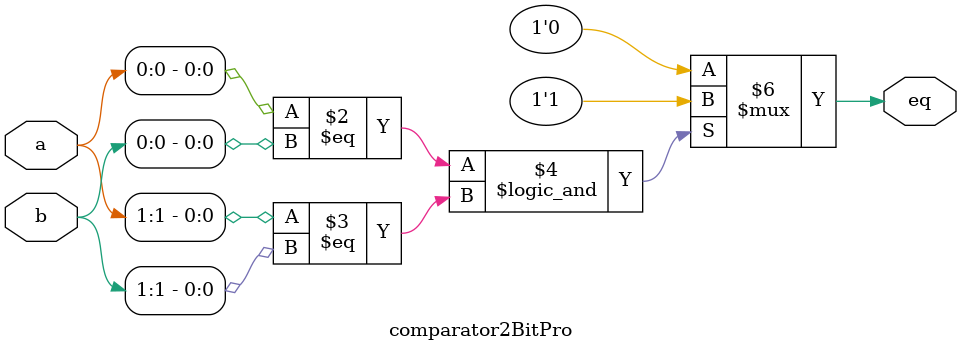
<source format=v>
module comparator2BitPro(
	input wire [1:0] a,b,
	output reg eq
);

always @(a,b)
begin
	if (a[0]==b[0] && a[1]== b[1])
		eq=1;
	else
		eq=0;
end
endmodule
</source>
